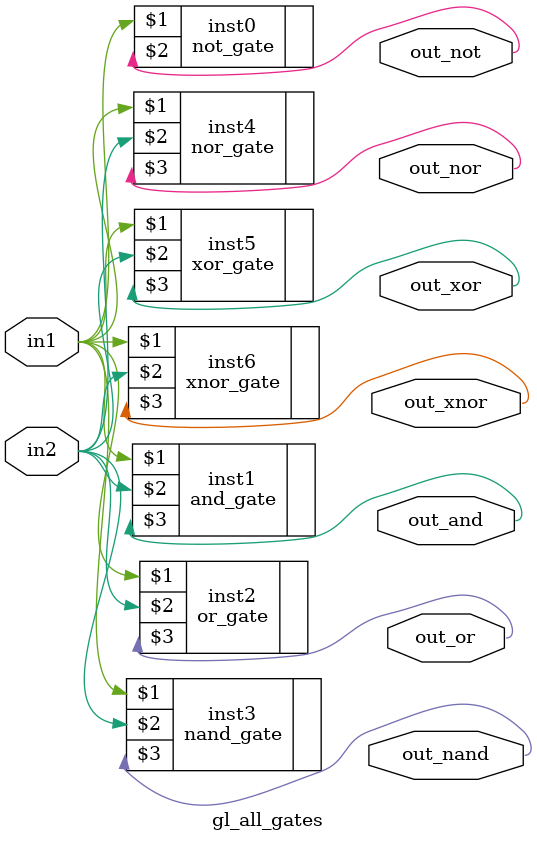
<source format=v>
`timescale 1ns / 1ps

// Name: Pawar Kaustubh Vijay
// Roll no: 25204121
module gl_all_gates(in1, in2, out_not, out_and, out_nand, out_or, out_nor, out_xor, out_xnor);
    input in1, in2;
    output out_not, out_and, out_nand, out_or, out_nor, out_xor, out_xnor;
    not_gate    inst0 (in1, out_not);
    and_gate    inst1 (in1, in2, out_and);
    or_gate     inst2 (in1, in2, out_or);
    nand_gate   inst3 (in1, in2, out_nand);
    nor_gate    inst4 (in1, in2, out_nor);
    xor_gate    inst5 (in1, in2, out_xor);
    xnor_gate   inst6 (in1, in2, out_xnor);
endmodule

</source>
